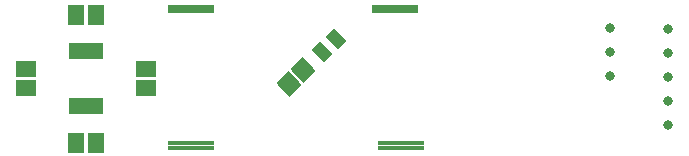
<source format=gbs>
G04*
G04 #@! TF.GenerationSoftware,Altium Limited,Altium Designer,20.1.14 (287)*
G04*
G04 Layer_Color=16711935*
%FSLAX24Y24*%
%MOIN*%
G70*
G04*
G04 #@! TF.SameCoordinates,A941D497-83B8-4645-9806-60D24E8B5C7E*
G04*
G04*
G04 #@! TF.FilePolarity,Negative*
G04*
G01*
G75*
%ADD17R,0.1580X0.0180*%
%ADD20C,0.0320*%
G04:AMPARAMS|DCode=28|XSize=65.1mil|YSize=57.2mil|CornerRadius=0mil|HoleSize=0mil|Usage=FLASHONLY|Rotation=134.000|XOffset=0mil|YOffset=0mil|HoleType=Round|Shape=Rectangle|*
%AMROTATEDRECTD28*
4,1,4,0.0432,-0.0035,0.0020,-0.0433,-0.0432,0.0035,-0.0020,0.0433,0.0432,-0.0035,0.0*
%
%ADD28ROTATEDRECTD28*%

%ADD29R,0.0651X0.0572*%
G04:AMPARAMS|DCode=30|XSize=57.2mil|YSize=39.5mil|CornerRadius=0mil|HoleSize=0mil|Usage=FLASHONLY|Rotation=134.000|XOffset=0mil|YOffset=0mil|HoleType=Round|Shape=Rectangle|*
%AMROTATEDRECTD30*
4,1,4,0.0341,-0.0069,0.0057,-0.0343,-0.0341,0.0069,-0.0057,0.0343,0.0341,-0.0069,0.0*
%
%ADD30ROTATEDRECTD30*%

%ADD31R,0.1143X0.0572*%
%ADD32R,0.0572X0.0651*%
D17*
X3500Y-2200D02*
D03*
Y-2350D02*
D03*
X10500D02*
D03*
Y-2200D02*
D03*
X3500Y2350D02*
D03*
X10300D02*
D03*
X3500Y2200D02*
D03*
X10300D02*
D03*
D20*
X19400Y-1600D02*
D03*
X17449Y32D02*
D03*
X19400Y0D02*
D03*
X17449Y832D02*
D03*
Y1632D02*
D03*
X19400Y1600D02*
D03*
Y800D02*
D03*
Y-800D02*
D03*
D28*
X7234Y226D02*
D03*
X6766Y-226D02*
D03*
D29*
X2000Y-375D02*
D03*
Y275D02*
D03*
X-2000Y-375D02*
D03*
Y275D02*
D03*
D30*
X7873Y831D02*
D03*
X8327Y1269D02*
D03*
D31*
X0Y875D02*
D03*
Y-975D02*
D03*
D32*
X325Y2080D02*
D03*
X-325D02*
D03*
X325Y-2180D02*
D03*
X-325D02*
D03*
M02*

</source>
